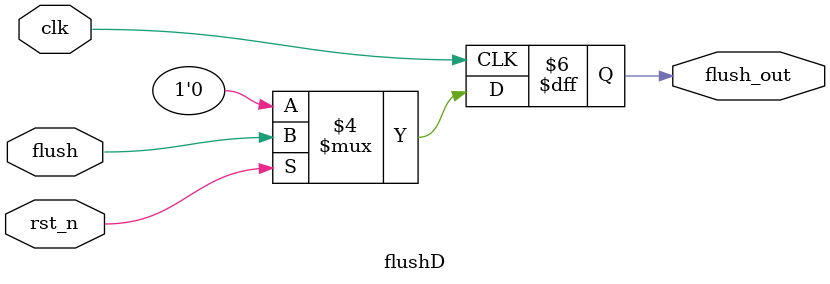
<source format=v>
module flushD (input clk, rst_n,
               input flush,
               output reg flush_out);
always @(posedge clk) begin
  if (!rst_n) 
    flush_out <=0;
  else
    flush_out <=flush;
end
endmodule
</source>
